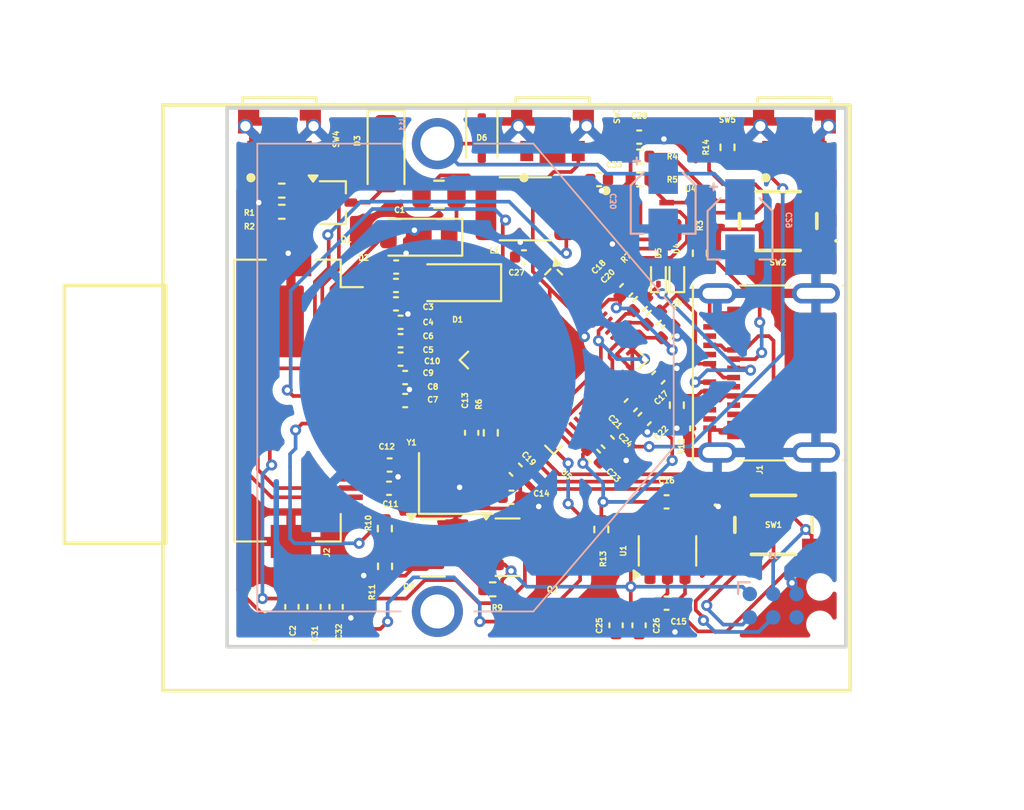
<source format=kicad_pcb>
(kicad_pcb (version 20240108) (generator "pcbnew") (generator_version "8.0")
  (layers (0 "F.Cu" signal) (31 "B.Cu" signal) (34 "B.Paste" user) (35 "F.Paste" user) (36 "B.SilkS" user "B.Silkscreen") (37 "F.SilkS" user "F.Silkscreen") (38 "B.Mask" user) (39 "F.Mask" user) (44 "Edge.Cuts" user))
  (net 0 "")
  (net 1 "Net-(D1-A)")
  (net 2 "GND")
  (net 3 "/Eink/PREVGL")
  (net 4 "Net-(D3-A)")
  (net 5 "/Eink/PREVGH")
  (net 6 "/Eink/EPD_RST")
  (net 7 "/Eink/VGH")
  (net 8 "/Eink/VSL")
  (net 9 "/Eink/VGL")
  (net 10 "/RP2040/XIN")
  (net 11 "/Eink/CLK")
  (net 12 "/Eink/EPD_CS")
  (net 13 "/Eink/VPP")
  (net 14 "/Eink/GDR")
  (net 15 "/Eink/VDD")
  (net 16 "/Eink/RESE")
  (net 17 "/Eink/VCOM")
  (net 18 "/Eink/DIN")
  (net 19 "/Eink/EPD_BUSY")
  (net 20 "/Eink/EPD_DC")
  (net 21 "/Eink/VSH")
  (net 22 "Net-(C14-Pad1)")
  (net 23 "VBUS")
  (net 24 "/RP2040/GPIO21")
  (net 25 "3V")
  (net 26 "+1V1")
  (net 27 "/RP2040/~{USB_BOOT}")
  (net 28 "Net-(Q2-G)")
  (net 29 "/RP2040/QSPI_SS")
  (net 30 "/RP2040/XOUT")
  (net 31 "/RP2040/USB_D+")
  (net 32 "Net-(U5-USB_DP)")
  (net 33 "Net-(U5-USB_DM)")
  (net 34 "/RP2040/USB_D-")
  (net 35 "/RP2040/QSPI_SCLK")
  (net 36 "/RP2040/QSPI_SD1")
  (net 37 "/RP2040/QSPI_SD0")
  (net 38 "/RP2040/QSPI_SD2")
  (net 39 "/RP2040/QSPI_SD3")
  (net 40 "/RP2040/SWCLK")
  (net 41 "/RP2040/SWD")
  (net 42 "/RP2040/GPIO6")
  (net 43 "/RP2040/GPIO19")
  (net 44 "/RP2040/GPIO4")
  (net 45 "/RP2040/GPIO5")
  (net 46 "/RP2040/GPIO13")
  (net 47 "/RP2040/GPIO15")
  (net 48 "/RP2040/GPIO28_ADC2")
  (net 49 "/RP2040/GPIO25")
  (net 50 "/RP2040/GPIO16")
  (net 51 "/RP2040/GPIO12")
  (net 52 "/RP2040/GPIO22")
  (net 53 "/RP2040/GPIO26_ADC0")
  (net 54 "/RP2040/GPIO27_ADC1")
  (net 55 "/RP2040/GPIO17")
  (net 56 "/RP2040/GPIO18")
  (net 57 "/RP2040/GPIO29_ADC3")
  (net 58 "/RP2040/RUN")
  (net 59 "/RP2040/GPIO14")
  (net 60 "/RP2040/GPIO20")
  (net 61 "/RP2040/GPIO0")
  (net 62 "/RP2040/GPIO24")
  (net 63 "/RP2040/GPIO23")
  (net 64 "Net-(Q3-G)")
  (net 65 "Net-(J1-CC1)")
  (net 66 "Net-(J1-CC2)")
  (net 82 "Net-(D6-A)")
  (net 83 "Net-(D6-K)")
  (net 88 "EPD_3V")
  (net 89 "unconnected-(J11-Pin_2-Pad2)")
  (net 90 "/RP2040/GPIO1")
  (net 91 "/RP2040/GPIO7")
  (footprint "Capacitor_SMD:C_0402_1005Metric" (layer "F.Cu") (at 156.52 111.25)
    (property "Reference" "C14")
    (property "Value" "15p")
  )
  (footprint "Capacitor_SMD:C_0402_1005Metric" (layer "F.Cu") (at 154.359889 107.749465 -90)
    (property "Reference" "C13")
    (property "Value" "15p")
  )
  (footprint "Capacitor_SMD:C_0402_1005Metric" (layer "F.Cu") (at 161 109 -45)
    (property "Reference" "C23")
    (property "Value" "100n")
  )
  (footprint "Capacitor_SMD:C_0402_1005Metric" (layer "F.Cu") (at 150.25 99.75 180)
    (property "Reference" "C4")
    (property "Value" "1uF")
  )
  (footprint "Resistor_SMD:R_0402_1005Metric" (layer "F.Cu") (at 155.4 107.75 -90)
    (property "Reference" "R6")
    (property "Value" "1k")
  )
  (footprint "Diode_SMD:D_SOD-923" (layer "F.Cu") (at 165.5 99.25 90)
    (property "Reference" "D4")
    (property "Value" "ESD9B3.3ST5G")
  )
  (footprint "Package_TO_SOT_SMD:SOT-323_SC-70" (layer "F.Cu") (at 146.8 95.25)
    (property "Reference" "Q1")
    (property "Value" "Si1308EDL")
  )
  (footprint "Capacitor_SMD:C_0402_1005Metric" (layer "F.Cu") (at 149.873364 110.760922 180)
    (property "Reference" "C11")
    (property "Value" "1uF")
  )
  (footprint "Capacitor_SMD:C_0402_1005Metric" (layer "F.Cu") (at 150.75 106 180)
    (property "Reference" "C7")
    (property "Value" "100n")
  )
  (footprint "Resistor_SMD:R_0402_1005Metric" (layer "F.Cu") (at 155.5 116.25)
    (property "Reference" "R9")
    (property "Value" "47k")
  )
  (footprint "Diode_SMD:D_SOD-123" (layer "F.Cu") (at 153.6 99.6 180)
    (property "Reference" "D1")
    (property "Value" "MBR0530")
  )
  (footprint "Resistor_SMD:R_0402_1005Metric" (layer "F.Cu") (at 144.05 95.75)
    (property "Reference" "R2")
    (property "Value" "3")
  )
  (footprint "Resistor_SMD:R_0402_1005Metric" (layer "F.Cu") (at 168.25 92.25 90)
    (property "Reference" "R14")
    (property "Value" "10k")
  )
  (footprint "Brammm:SON50P300X200X60-9N" (layer "F.Cu") (at 163.5 96)
    (property "Reference" "U4")
    (property "Value" "ZD25WQ32CEIGR" (hide yes))
  )
  (footprint "Capacitor_SMD:C_0402_1005Metric" (layer "F.Cu") (at 163.75 107 -135)
    (property "Reference" "C22")
    (property "Value" "1uF")
  )
  (footprint "Brammm:PTS810SJM250SMTRLFS" (layer "F.Cu") (at 170.75 112.75)
    (property "Reference" "SW1")
    (property "Value" "SW_MEC_5E" (hide yes))
  )
  (footprint "Capacitor_SMD:C_0402_1005Metric" (layer "F.Cu") (at 163.457857 91.693539)
    (property "Reference" "C28")
    (property "Value" "100n")
  )
  (footprint "Brammm:Panasonic-EVP-AKE31A-MFG" (layer "F.Cu") (at 158.75 91.05 90)
    (property "Reference" "SW3")
    (property "Value" "EVP-AKE31A")
  )
  (footprint "Capacitor_SMD:C_0402_1005Metric" (layer "F.Cu") (at 145.8 117.2 90)
    (property "Reference" "C31")
    (property "Value" "100n")
  )
  (footprint "Resistor_SMD:R_0402_1005Metric" (layer "F.Cu") (at 161.4 113 -90)
    (property "Reference" "R13")
    (property "Value" "10k")
  )
  (footprint "Capacitor_SMD:C_0402_1005Metric" (layer "F.Cu") (at 156.75 109.75 -45)
    (property "Reference" "C19")
    (property "Value" "100n")
  )
  (footprint "Capacitor_SMD:C_0402_1005Metric" (layer "F.Cu") (at 165 102.25 45)
    (property "Reference" "C20")
    (property "Value" "1uF")
  )
  (footprint "Diode_SMD:D_SOD-323" (layer "F.Cu") (at 154.91 91.75 -90)
    (property "Reference" "D6")
    (property "Value" "D_Schottky")
  )
  (footprint "Capacitor_SMD:C_0402_1005Metric" (layer "F.Cu") (at 162.2 118.2 -90)
    (property "Reference" "C25")
    (property "Value" "100n")
  )
  (footprint "Capacitor_SMD:C_0402_1005Metric" (layer "F.Cu") (at 150.5 101.75 180)
    (property "Reference" "C5")
    (property "Value" "1uF")
  )
  (footprint "Capacitor_SMD:C_0402_1005Metric" (layer "F.Cu") (at 163 106.25 -135)
    (property "Reference" "C21")
    (property "Value" "100n")
  )
  (footprint "Capacitor_SMD:C_0402_1005Metric" (layer "F.Cu") (at 157.2 98.2 180)
    (property "Reference" "C27")
    (property "Value" "100n")
  )
  (footprint "Resistor_SMD:R_0402_1005Metric" (layer "F.Cu") (at 144.05 94.6)
    (property "Reference" "R1")
    (property "Value" "10k")
  )
  (footprint "Capacitor_SMD:C_0805_2012Metric" (layer "F.Cu") (at 152.587849 94.8 180)
    (property "Reference" "C1")
    (property "Value" "4.7uF")
  )
  (footprint "Diode_SMD:D_SOD-923" (layer "F.Cu") (at 164.5 99.25 90)
    (property "Reference" "D5")
    (property "Value" "ESD9B3.3ST5G")
  )
  (footprint "Resistor_SMD:R_0402_1005Metric" (layer "F.Cu") (at 164.25 101.5 -135)
    (property "Reference" "R8")
    (property "Value" "27")
  )
  (footprint "Brammm:Panasonic-EVP-AKE31A-MFG" (layer "F.Cu") (at 143.924751 91.05 90)
    (property "Reference" "SW4")
    (property "Value" "EVP-AKE31A")
  )
  (footprint "Capacitor_SMD:C_0402_1005Metric" (layer "F.Cu") (at 161.75 108.25 -45)
    (property "Reference" "C24")
    (property "Value" "100n")
  )
  (footprint "Capacitor_SMD:C_0402_1005Metric" (layer "F.Cu") (at 150.262229 98.75 180)
    (property "Reference" "C3")
    (property "Value" "1uF")
  )
  (footprint "Resistor_SMD:R_0402_1005Metric" (layer "F.Cu") (at 163.5 94 180)
    (property "Reference" "R5")
    (property "Value" "DNF")
  )
  (footprint "Resistor_SMD:R_0402_1005Metric" (layer "F.Cu") (at 165.5 106.25 -90)
    (property "Reference" "R12")
    (property "Value" "5.1k")
  )
  (footprint "Brammm:Panasonic-EVP-AKE31A-MFG" (layer "F.Cu") (at 171.885094 91.05 90)
    (property "Reference" "SW5")
    (property "Value" "EVP-AKE31A")
  )
  (footprint "Capacitor_SMD:C_0402_1005Metric" (layer "F.Cu") (at 149.905185 109.499223 180)
    (property "Reference" "C12")
    (property "Value" "1uF")
  )
  (footprint "Package_DFN_QFN:QFN-56-1EP_7x7mm_P0.4mm_EP3.2x3.2mm" (layer "F.Cu") (at 158.8125 103.8 -45)
    (property "Reference" "U5")
    (property "Value" "RP2040")
  )
  (footprint "Capacitor_SMD:C_0402_1005Metric" (layer "F.Cu") (at 144.6 117.2 90)
    (property "Reference" "C2")
    (property "Value" "4.7uF")
  )
  (footprint "Diode_SMD:D_SOD-123" (layer "F.Cu") (at 149.71113 92.592726 -90)
    (property "Reference" "D3")
    (property "Value" "MBR0530")
  )
  (footprint "Resistor_SMD:R_0402_1005Metric" (layer "F.Cu") (at 163.5 100.75 -135)
    (property "Reference" "R7")
    (property "Value" "27")
  )
  (footprint "Resistor_SMD:R_0402_1005Metric" (layer "F.Cu") (at 163.5 92.75)
    (property "Reference" "R4")
    (property "Value" "1k")
  )
  (footprint "Brammm:display" (layer "F.Cu") (at 156.25 106.25)
    (property "Reference" "TP1" (hide yes))
    (property "Value" "TestPoint")
  )
  (footprint "Diode_SMD:D_SOD-123" (layer "F.Cu") (at 151.488219 97.130767 180)
    (property "Reference" "D2")
    (property "Value" "MBR0530")
  )
  (footprint "Capacitor_SMD:C_0402_1005Metric" (layer "F.Cu") (at 147 117.2 90)
    (property "Reference" "C32")
    (property "Value" "1uF")
  )
  (footprint "Capacitor_SMD:C_0402_1005Metric" (layer "F.Cu") (at 162.75 100 45)
    (property "Reference" "C18")
    (property "Value" "100n")
  )
  (footprint "Capacitor_SMD:C_0402_1005Metric" (layer "F.Cu") (at 164.94375 117 180)
    (property "Reference" "C15")
    (property "Value" "10u")
  )
  (footprint "Capacitor_SMD:C_0402_1005Metric" (layer "F.Cu") (at 164.94375 111.5)
    (property "Reference" "C16")
    (property "Value" "10u")
  )
  (footprint "Resistor_SMD:R_0402_1005Metric" (layer "F.Cu") (at 166.75 98 90)
    (property "Reference" "R3")
    (property "Value" "5.1k")
  )
  (footprint "Resistor_SMD:R_0402_1005Metric" (layer "F.Cu") (at 149.646486 112.95094 90)
    (property "Reference" "R10")
    (property "Value" "10k")
  )
  (footprint "Capacitor_SMD:C_0402_1005Metric" (layer "F.Cu") (at 161.28 94 180)
    (property "Reference" "C33")
    (property "Value" "1uF")
  )
  (footprint "Brammm:PTS810SJM250SMTRLFS" (layer "F.Cu") (at 171 96.25 180)
    (property "Reference" "SW2")
    (property "Value" "SW_MEC_5E" (hide yes))
  )
  (footprint "Capacitor_SMD:C_0402_1005Metric" (layer "F.Cu") (at 150.75 104.75 180)
    (property "Reference" "C8")
    (property "Value" "1uF")
  )
  (footprint "Resistor_SMD:R_0402_1005Metric" (layer "F.Cu") (at 149.657239 115 90)
    (property "Reference" "R11")
    (property "Value" "47k")
  )
  (footprint "Package_TO_SOT_SMD:SOT-23" (layer "F.Cu") (at 152.25 114)
    (property "Reference" "Q3")
    (property "Value" "2N7002")
  )
  (footprint "Capacitor_SMD:C_0402_1005Metric" (layer "F.Cu") (at 150.5 102.75 180)
    (property "Reference" "C10")
    (property "Value" "1uF")
  )
  (footprint "Package_TO_SOT_SMD:SOT-23-5" (layer "F.Cu") (at 164.99375 114.1625 90)
    (property "Reference" "U1")
    (property "Value" "MCP1802x-xx02xOT")
  )
  (footprint "Capacitor_SMD:C_0402_1005Metric" (layer "F.Cu") (at 150.25 100.75 180)
    (property "Reference" "C6")
    (property "Value" "1uF")
  )
  (footprint "Brammm:USB_C_Receptacle_Molex_105450-0101" (layer "F.Cu") (at 170.5 104.5 90)
    (property "Reference" "J1")
    (property "Value" "USB_C_Receptacle")
  )
  (footprint "Capacitor_SMD:C_0402_1005Metric" (layer "F.Cu") (at 164.5 104.75 45)
    (property "Reference" "C17")
    (property "Value" "100n")
  )
  (footprint "Package_TO_SOT_SMD:SOT-23" (layer "F.Cu") (at 156.309879 113.961567)
    (property "Reference" "Q2")
    (property "Value" "AO3401A")
  )
  (footprint "Capacitor_SMD:C_0402_1005Metric" (layer "F.Cu") (at 150.5 103.75 180)
    (property "Reference" "C9")
    (property "Value" "1uF")
  )
  (footprint "Connector_FFC-FPC:Hirose_FH12-24S-0.5SH_1x24-1MP_P0.50mm_Horizontal" (layer "F.Cu") (at 145.95 106 -90)
    (property "Reference" "J2")
    (property "Value" "Conn_01x24")
  )
  (footprint "Inductor_SMD:L_1812_4532Metric" (layer "F.Cu") (at 157.271487 95.587849 180)
    (property "Reference" "L1")
    (property "Value" "68uH")
  )
  (footprint "Crystal:Crystal_SMD_3225-4Pin_3.2x2.5mm" (layer "F.Cu") (at 153.5 110.5)
    (property "Reference" "Y1")
    (property "Value" "ABM8-272-T3")
  )
  (footprint "Capacitor_SMD:C_0402_1005Metric" (layer "F.Cu") (at 163.45 118.2 -90)
    (property "Reference" "C26")
    (property "Value" "100n")
  )
  (footprint "Brammm:3009" (layer "B.Cu") (at 152.5 92.05 -90)
    (property "Reference" "J11")
    (property "Value" "BAT-HLD-001-THM" (hide yes))
  )
  (footprint "Connector:Tag-Connect_TC2030-IDC-NL_2x03_P1.27mm_Vertical" (layer "B.Cu") (at 170.73 117.135)
    (property "Reference" "J3")
    (property "Value" "Conn_ARM_SWD_TagConnect_TC2030")
  )
  (footprint "Capacitor_SMD:CP_Elec_3x5.3" (layer "B.Cu") (at 164.76 95.18 -90)
    (property "Reference" "C30")
    (property "Value" "100uF")
  )
  (footprint "Capacitor_SMD:CP_Elec_3x5.3" (layer "B.Cu") (at 168.93 96.58 -90)
    (property "Reference" "C29")
    (property "Value" "100uF")
  )
  (gr_rect (start 141.08 90.114805) (end 174.68 119.364805) (stroke (width 0.2)) (fill none) (layer "Edge.Cuts"))
  (segment (start 153.138219 98.411781) (end 151.95 99.6) (width 0.2) (layer "F.Cu") (net 1))
  (segment (start 153.537849 96.731137) (end 153.138219 97.130767) (width 0.2) (layer "F.Cu") (net 1))
  (segment (start 153.537849 94.8) (end 153.537849 96.731137) (width 0.2) (layer "F.Cu") (net 1))
  (segment (start 153.138219 97.130767) (end 153.138219 98.411781) (width 0.2) (layer "F.Cu") (net 1))
  (segment (start 150.353364 110.760922) (end 150.353364 111.203364) (width 0.2) (layer "F.Cu") (net 2))
  (segment (start 156.72 98.2) (end 156.72 97.68) (width 0.2) (layer "F.Cu") (net 2))
  (segment (start 158.8125 103.8) (end 160.089513 102.522987) (width 0.2) (layer "F.Cu") (net 2))
  (segment (start 167.385 107.6) (end 167.285 107.5) (width 0.2) (layer "F.Cu") (net 2))
  (segment (start 157 111.25) (end 157 110.178822) (width 0.2) (layer "F.Cu") (net 2))
  (segment (start 157.5 111.25) (end 158 111.75) (width 0.2) (layer "F.Cu") (net 2))
  (segment (start 156.72 97.68) (end 157 97.4) (width 0.2) (layer "F.Cu") (net 2))
  (segment (start 162.05 96.75) (end 162.05 97.45) (width 0.2) (layer "F.Cu") (net 2))
  (segment (start 157 111.25) (end 157.5 111.25) (width 0.2) (layer "F.Cu") (net 2))
  (segment (start 151.4 112.25) (end 153.7 112.25) (width 0.2) (layer "F.Cu") (net 2))
  (segment (start 160.089513 102.522987) (end 160.482981 102.522987) (width 0.2) (layer "F.Cu") (net 2))
  (segment (start 143.54 95.75) (end 143.3 95.75) (width 0.2) (layer "F.Cu") (net 2))
  (segment (start 148.7 103.75) (end 147.8 103.75) (width 0.2) (layer "F.Cu") (net 2))
  (segment (start 153.4 110.4) (end 153.705685 110.705685) (width 0.2) (layer "F.Cu") (net 2))
  (segment (start 154 108.509999) (end 154.079355 108.509999) (width 0.2) (layer "F.Cu") (net 2))
  (segment (start 143.3 95.75) (end 142.8 95.25) (width 0.2) (layer "F.Cu") (net 2))
  (segment (start 156.55 90.75) (end 156.9 91.1) (width 0.2) (layer "F.Cu") (net 2))
  (segment (start 165.339411 101.910589) (end 165.339411 102.328047) (width 0.2) (layer "F.Cu") (net 2))
  (segment (start 164.5 98.83) (end 165.41 98.83) (width 0.2) (layer "F.Cu") (net 2))
  (segment (start 168.675 111.675) (end 167.825 111.675) (width 0.2) (layer "F.Cu") (net 2))
  (segment (start 150.98 106.051374) (end 150.98 105.25) (width 0.2) (layer "F.Cu") (net 2))
  (segment (start 150.353364 111.203364) (end 151.4 112.25) (width 0.2) (layer "F.Cu") (net 2))
  (segment (start 147.68 117.68) (end 147.8 117.8) (width 0.2) (layer "F.Cu") (net 2))
  (segment (start 163.089411 99.660589) (end 163.92 98.83) (width 0.2) (layer "F.Cu") (net 2))
  (segment (start 149.657239 115.51) (end 150.7525 115.51) (width 0.2) (layer "F.Cu") (net 2))
  (segment (start 152.859999 109.65) (end 152.4 109.65) (width 0.2) (layer "F.Cu") (net 2))
  (segment (start 165.339411 102.328047) (end 165.51007 102.498706) (width 0.2) (layer "F.Cu") (net 2))
  (segment (start 150.87 105.36) (end 149.943866 105.36) (width 0.2) (layer "F.Cu") (net 2))
  (segment (start 150.73 99) (end 150.73 97.27) (width 0.2) (layer "F.Cu") (net 2))
  (segment (start 147.8 108.25) (end 148.634315 108.25) (width 0.2) (layer "F.Cu") (net 2))
  (segment (start 162.660589 106.589411) (end 162.783024 106.589411) (width 0.2) (layer "F.Cu") (net 2))
  (segment (start 168.485 101.5) (end 168.585 101.4) (width 0.2) (layer "F.Cu") (net 2))
  (segment (start 167.285 107.5) (end 167.285 108.41) (width 0.2) (layer "F.Cu") (net 2))
  (segment (start 165.41 98.83) (end 166.75 97.49) (width 0.2) (layer "F.Cu") (net 2))
  (segment (start 149.943866 105.36) (end 148.79 104.206134) (width 0.2) (layer "F.Cu") (net 2))
  (segment (start 157 110.178822) (end 157.089411 110.089411) (width 0.2) (layer "F.Cu") (net 2))
  (segment (start 165.339411 104.410589) (end 165.5 104.25) (width 0.2) (layer "F.Cu") (net 2))
  (segment (start 161.76 94) (end 161.76 94.258317) (width 0.2) (layer "F.Cu") (net 2))
  (segment (start 148.51 115.51) (end 148.5 115.5) (width 0.2) (layer "F.Cu") (net 2))
  (segment (start 157 111.25) (end 156.39 111.86) (width 0.2) (layer "F.Cu") (net 2))
  (segment (start 167.285 101.5) (end 168.485 101.5) (width 0.2) (layer "F.Cu") (net 2))
  (segment (start 143.54 94.6) (end 143.45 94.6) (width 0.2) (layer "F.Cu") (net 2))
  (segment (start 144.55 98.15) (end 144.4 98) (width 0.2) (layer "F.Cu") (net 2))
  (segment (start 167.285 108.41) (end 167.695 108.82) (width 0.2) (layer "F.Cu") (net 2))
  (segment (start 172.45 96.7) (end 173.075 97.325) (width 0.2) (layer "F.Cu") (net 2))
  (segment (start 150.7525 115.51) (end 151.3125 114.95) (width 0.2) (layer "F.Cu") (net 2))
  (segment (start 167.285 101.5) (end 167.285 100.59) (width 0.2) (layer "F.Cu") (net 2))
  (segment (start 154.1 111.1) (end 153.4 110.4) (width 0.2) (layer "F.Cu") (net 2))
  (segment (start 154.6 111.1) (end 154.1 111.1) (width 0.2) (layer "F.Cu") (net 2))
  (segment (start 165.284805 118.68) (end 165.4 118.564805) (width 0.2) (layer "F.Cu") (net 2))
  (segment (start 165.5 106.76) (end 165.5 107.5) (width 0.2) (layer "F.Cu") (net 2))
  (segment (start 166.75 97.49) (end 167.54 96.7) (width 0.2) (layer "F.Cu") (net 2))
  (segment (start 161.76 94.258317) (end 161.409443 94.608874) (width 0.2) (layer "F.Cu") (net 2))
  (segment (start 153.705685 110.705685) (end 153.705685 110.710698) (width 0.2) (layer "F.Cu") (net 2))
  (segment (start 163.92 98.83) (end 164.5 98.83) (width 0.2) (layer "F.Cu") (net 2))
  (segment (start 167.285 100.59) (end 167.695 100.18) (width 0.2) (layer "F.Cu") (net 2))
  (segment (start 163.45 118.68) (end 165.284805 118.68) (width 0.2) (layer "F.Cu") (net 2))
  (segment (start 168.585 107.6) (end 167.385 107.6) (width 0.2) (layer "F.Cu") (net 2))
  (segment (start 164.693539 91.693539) (end 164.8 91.8) (width 0.2) (layer "F.Cu") (net 2))
  (segment (start 162.089411 108.589411) (end 162.75 109.25) (width 0.2) (layer "F.Cu") (net 2))
  (segment (start 150.98 105.25) (end 150.87 105.36) (width 0.2) (layer "F.Cu") (net 2))
  (segment (start 162.05 97.45) (end 162 97.5) (width 0.2) (layer "F.Cu") (net 2))
  (segment (start 159.25 93.1) (end 158.75 92.6) (width 0.2) (layer "F.Cu") (net 2))
  (segment (start 155.36 111.86) (end 154.6 111.1) (width 0.2) (layer "F.Cu") (net 2))
  (segment (start 143.45 94.6) (end 142.8 95.25) (width 0.2) (layer "F.Cu") (net 2))
  (segment (start 154 108.509999) (end 152.859999 109.65) (width 0.2) (layer "F.Cu") (net 2))
  (segment (start 156.39 111.86) (end 155.36 111.86) (width 0.2) (layer "F.Cu") (net 2))
  (segment (start 162.783024 106.589411) (end 163.899898 107.706285) (width 0.2) (layer "F.Cu") (net 2))
  (segment (start 144.55 98.35) (end 144.55 98.15) (width 0.2) (layer "F.Cu") (net 2))
  (segment (start 161.339411 109.339411) (end 162.089411 108.589411) (width 0.2) (layer "F.Cu") (net 2))
  (segment (start 153.7 112.25) (end 154.6 111.35) (width 0.2) (layer "F.Cu") (net 2))
  (segment (start 157.398287 103.8) (end 155.674714 105.523573) (width 0.2) (layer "F.Cu") (net 2))
  (segment (start 167.54 96.7) (end 172.45 96.7) (width 0.2) (layer "F.Cu") (net 2))
  (segment (start 164.99375 115.3) (end 164.99375 116.47) (width 0.2) (layer "F.Cu") (net 2))
  (segment (start 154.079355 108.509999) (end 154.359889 108.229465) (width 0.2) (layer "F.Cu") (net 2))
  (segment (start 163.937857 91.693539) (end 164.693539 91.693539) (width 0.2) (layer "F.Cu") (net 2))
  (segment (start 150.742229 101.512229) (end 150.98 101.75) (width 0.2) (layer "F.Cu") (net 2))
  (segment (start 150.73 97.27) (end 151.25 96.75) (width 0.2) (layer "F.Cu") (net 2))
  (segment (start 148.79 103.84) (end 148.7 103.75) (width 0.2) (layer "F.Cu") (net 2))
  (segment (start 164.99375 116.47) (end 164.46375 117) (width 0.2) (layer "F.Cu") (net 2))
  (segment (start 158.8125 103.8) (end 157.398287 103.8) (width 0.2) (layer "F.Cu") (net 2))
  (segment (start 148.634315 108.25) (end 149.273538 108.889223) (width 0.2) (layer "F.Cu") (net 2))
  (segment (start 148.79 104.206134) (end 148.79 103.84) (width 0.2) (layer "F.Cu") (net 2))
  (segment (start 144.6 117.68) (end 147.68 117.68) (width 0.2) (layer "F.Cu") (net 2))
  (segment (start 167.825 111.675) (end 167.75 111.75) (width 0.2) (layer "F.Cu") (net 2))
  (segment (start 150.98 105.25) (end 150.98 101.75) (width 0.2) (layer "F.Cu") (net 2))
  (segment (start 149.273538 108.889223) (end 149.775185 108.889223) (width 0.2) (layer "F.Cu") (net 2))
  (segment (start 153.4 110.4) (end 152.4 109.4) (width 0.2) (layer "F.Cu") (net 2))
  (segment (start 149.657239 115.51) (end 148.51 115.51) (width 0.2) (layer "F.Cu") (net 2))
  (segment (start 150.742229 98.83287) (end 150.742229 101.512229) (width 0.2) (layer "F.Cu") (net 2))
  (segment (start 149.775185 108.889223) (end 150.385185 109.499223) (width 0.2) (layer "F.Cu") (net 2))
  (segment (start 164.839411 104.410589) (end 165.339411 104.410589) (width 0.2) (layer "F.Cu") (net 2))
  (via (at 165.4 118.564805) (size 0.6) (drill 0.3) (layers "F.Cu" "B.Cu") (net 2))
  (via (at 171.75 115.9) (size 0.6) (drill 0.3) (layers "F.Cu" "B.Cu") (net 2))
  (via (at 150.8 98) (size 0.6) (drill 0.3) (layers "F.Cu" "B.Cu") (net 2))
  (via (at 157 97.4) (size 0.6) (drill 0.3) (layers "F.Cu" "B.Cu") (net 2))
  (via (at 151.25 96.75) (size 0.6) (drill 0.3) (layers "F.Cu" "B.Cu") (net 2))
  (via (at 150.98 105.4) (size 0.6) (drill 0.3) (layers "F.Cu" "B.Cu") (net 2))
  (via (at 165.5 107.5) (size 0.6) (drill 0.3) (layers "F.Cu" "B.Cu") (net 2))
  (via (at 161.409443 94.608874) (size 0.6) (drill 0.3) (layers "F.Cu" "B.Cu") (net 2))
  (via (at 150.9 101.3) (size 0.6) (drill 0.3) (layers "F.Cu" "B.Cu") (net 2))
  (via (at 165.5 104.25) (size 0.6) (drill 0.3) (layers "F.Cu" "B.Cu") (net 2))
  (via (at 165.51007 102.498706) (size 0.6) (drill 0.3) (layers "F.Cu" "B.Cu") (net 2))
  (via (at 158 111.75) (size 0.6) (drill 0.3) (layers "F.Cu" "B.Cu") (net 2))
  (via (at 167.75 111.75) (size 0.6) (drill 0.3) (layers "F.Cu" "B.Cu") (net 2))
  (via (at 150.361345 110.140927) (size 0.6) (drill 0.3) (layers "F.Cu" "B.Cu") (net 2))
  (via (at 142.8 95.25) (size 0.6) (drill 0.3) (layers "F.Cu" "B.Cu") (net 2))
  (via (at 162 97.5) (size 0.6) (drill 0.3) (layers "F.Cu" "B.Cu") (net 2))
  (via (at 164.8 91.8) (size 0.6) (drill 0.3) (layers "F.Cu" "B.Cu") (net 2))
  (via (at 148.5 115.5) (size 0.6) (drill 0.3) (layers "F.Cu" "B.Cu") (net 2))
  (via (at 163.899898 107.706285) (size 0.6) (drill 0.3) (layers "F.Cu" "B.Cu") (net 2))
  (via (at 147.8 117.8) (size 0.6) (drill 0.3) (layers "F.Cu" "B.Cu") (net 2))
  (via (at 162.75 109.25) (size 0.6) (drill 0.3) (layers "F.Cu" "B.Cu") (net 2))
  (via (at 153.705685 110.710698) (size 0.6) (drill 0.3) (layers "F.Cu" "B.Cu") (net 2))
  (via (at 160.482981 102.522987) (size 0.6) (drill 0.3) (layers "F.Cu" "B.Cu") (net 2))
  (via (at 144.4 98) (size 0.6) (drill 0.3) (layers "F.Cu" "B.Cu") (net 2))
  (segment (start 172 116.5) (end 172 116.15) (width 0.2) (layer "B.Cu") (net 2))
  (segment (start 152.5 104.75) (end 152.75 104.75) (width 0.2) (layer "B.Cu") (net 2))
  (segment (start 172 116.15) (end 171.75 115.9) (width 0.2) (layer "B.Cu") (net 2))
  (segment (start 149.5 100) (end 148.75 100.75) (width 0.2) (layer "F.Cu") (net 3))
  (segment (start 149.77 100) (end 149.5 100) (width 0.2) (layer "F.Cu") (net 3))
  (segment (start 146.75 99.9) (end 146.75 100.6) (width 0.2) (layer "F.Cu") (net 3))
  (segment (start 149.4 97.25) (end 146.75 99.9) (width 0.2) (layer "F.Cu") (net 3))
  (segment (start 146.75 100.6) (end 146.9 100.75) (width 0.2) (layer "F.Cu") (net 3))
  (segment (start 148.75 100.75) (end 147.8 100.75) (width 0.2) (layer "F.Cu") (net 3))
  (segment (start 149.85 97.25) (end 149.4 97.25) (width 0.2) (layer "F.Cu") (net 3))
  (segment (start 146.9 100.75) (end 147.8 100.75) (width 0.2) (layer "F.Cu") (net 3))
  (segment (start 155.133987 94.733987) (end 155.133987 95.587849) (width 0.2) (layer "F.Cu") (net 4))
  (segment (start 152.662849 93.775) (end 154.175 93.775) (width 0.2) (layer "F.Cu") (net 4))
  (segment (start 151.637849 94.8) (end 152.662849 93.775) (width 0.2) (layer "F.Cu") (net 4))
  (segment (start 151.255565 94.242726) (end 151.637849 94.62501) (width 0.2) (layer "F.Cu") (net 4))
  (segment (start 147.8 95.25) (end 148.8 95.25) (width 0.2) (layer "F.Cu") (net 4))
  (segment (start 154.175 93.775) (end 155.133987 94.733987) (width 0.2) (layer "F.Cu") (net 4))
  (segment (start 149.71113 94.242726) (end 151.255565 94.242726) (width 0.2) (layer "F.Cu") (net 4))
  (segment (start 148.8 95.25) (end 149.8 94.25) (width 0.2) (layer "F.Cu") (net 4))
  (segment (start 149.71113 92.88887) (end 149.71113 90.942726) (width 0.2) (layer "F.Cu") (net 5))
  (segment (start 146.25 99.75) (end 146.25 101.5) (width 0.2) (layer "F.Cu") (net 5))
  (segment (start 147.15 98.85) (end 147.15 94.96352) (width 0.2) (layer "F.Cu") (net 5))
  (segment (start 147.8 101.75) (end 149.77 101.75) (width 0.2) (layer "F.Cu") (net 5))
  (segment (start 149.2 93.4) (end 149.71113 92.88887) (width 0.2) (layer "F.Cu") (net 5))
  (segment (start 146.5 101.75) (end 147.8 101.75) (width 0.2) (layer "F.Cu") (net 5))
  (segment (start 148.71352 93.4) (end 149.2 93.4) (width 0.2) (layer "F.Cu") (net 5))
  (segment (start 146.25 99.75) (end 147.15 98.85) (width 0.2) (layer "F.Cu") (net 5))
  (segment (start 146.25 101.5) (end 146.5 101.75) (width 0.2) (layer "F.Cu") (net 5))
  (segment (start 147.15 94.96352) (end 148.71352 93.4) (width 0.2) (layer "F.Cu") (net 5))
  (segment (start 154.448692 102.547459) (end 154.826186 102.924955) (width 0.2) (layer "F.Cu") (net 6))
  (segment (start 148.6 107.25) (end 148.75 107.4) (width 0.2) (layer "F.Cu") (net 6))
  (segment (start 148.5 107.25) (end 148.6 107.25) (width 0.2) (layer "F.Cu") (net 6))
  (segment (start 149.646486 112.44094) (end 149.55906 112.44094) (width 0.2) (layer "F.Cu") (net 6))
  (segment (start 153.1 103.218228) (end 153.770769 102.547459) (width 0.2) (layer "F.Cu") (net 6))
  (segment (start 152.484314 107.95) (end 153.1 107.334314) (width 0.2) (layer "F.Cu") (net 6))
  (segment (start 149.465686 107.95) (end 152.484314 107.95) (width 0.2) (layer "F.Cu") (net 6))
  (segment (start 145.15 107.25) (end 147.8 107.25) (width 0.2) (layer "F.Cu") (net 6))
  (segment (start 148.75 107.4) (end 148.915686 107.4) (width 0.2) (layer "F.Cu") (net 6))
  (segment (start 153.1 107.334314) (end 153.1 103.218228) (width 0.2) (layer "F.Cu") (net 6))
  (segment (start 148.915686 107.4) (end 149.465686 107.95) (width 0.2) (layer "F.Cu") (net 6))
  (segment (start 144.8 107.6) (end 145.15 107.25) (width 0.2) (layer "F.Cu") (net 6))
  (segment (start 148.915686 107.4) (end 148.850001 107.4) (width 0.2) (layer "F.Cu") (net 6))
  (segment (start 153.770769 102.547459) (end 154.448692 102.547459) (width 0.2) (layer "F.Cu") (net 6))
  (segment (start 148.5 107.25) (end 147.8 107.25) (width 0.2) (layer "F.Cu") (net 6))
  (segment (start 149.55906 112.44094) (end 148.25 113.75) (width 0.2) (layer "F.Cu") (net 6))
  (via (at 148.25 113.75) (size 0.6) (drill 0.3) (layers "F.Cu" "B.Cu") (net 6))
  (via (at 144.8 107.6) (size 0.6) (drill 0.3) (layers "F.Cu" "B.Cu") (net 6))
  (segment (start 144.5 109.6) (end 144.5 113.5) (width 0.2) (layer "B.Cu") (net 6))
  (segment (start 144.5 108.901471) (end 144.8 108.601471) (width 0.2) (layer "B.Cu") (net 6))
  (segment (start 144.75 113.75) (end 148.25 113.75) (width 0.2) (layer "B.Cu") (net 6))
  (segment (start 144.8 108.601471) (end 144.8 107.6) (width 0.2) (layer "B.Cu") (net 6))
  (segment (start 144.5 109.6) (end 144.5 108.901471) (width 0.2) (layer "B.Cu") (net 6))
  (segment (start 144.5 113.5) (end 144.75 113.75) (width 0.2) (layer "B.Cu") (net 6))
  (segment (start 149.174408 109.75) (end 149.425185 109.499223) (width 0.2) (layer "F.Cu") (net 7))
  (segment (start 147.8 109.75) (end 149.174408 109.75) (width 0.2) (layer "F.Cu") (net 7))
  (segment (start 147.8 101.25) (end 148.815685 101.25) (width 0.2) (layer "F.Cu") (net 8))
  (segment (start 148.815685 101.25) (end 149.065685 101) (width 0.2) (layer "F.Cu") (net 8))
  (segment (start 149.065685 101) (end 149.77 101) (width 0.2) (layer "F.Cu") (net 8))
  (segment (start 149.393364 110.760922) (end 148.882442 110.25) (width 0.2) (layer "F.Cu") (net 9))
  (segment (start 148.882442 110.25) (end 147.8 110.25) (width 0.2) (layer "F.Cu") (net 9))
  (segment (start 155.263971 106.5) (end 155.957556 105.806415) (width 0.2) (layer "F.Cu") (net 10))
  (segment (start 154.25 107.27) (end 155.02 106.5) (width 0.2) (layer "F.Cu") (net 10))
  (segment (start 151.4 108.75) (end 152.879354 108.75) (width 0.2) (layer "F.Cu") (net 10))
  (segment (start 152.4 111.35) (end 152.3 111.35) (width 0.2) (layer "F.Cu") (net 10))
  (segment (start 151.080161 110.130161) (end 151.080161 109.069839) (width 0.2) (layer "F.Cu") (net 10))
  (segment (start 152.3 111.35) (end 151.080161 110.130161) (width 0.2) (layer "F.Cu") (net 10))
  (segment (start 151.080161 109.069839) (end 151.4 108.75) (width 0.2) (layer "F.Cu") (net 10))
  (segment (start 152.879354 108.75) (end 154.359889 107.269465) (width 0.2) (layer "F.Cu") (net 10))
  (segment (start 152.4 111.1) (end 152.25 111.1) (width 0.2) (layer "F.Cu") (net 10))
  (segment (start 155.02 106.5) (end 155.263971 106.5) (width 0.2) (layer "F.Cu") (net 10))
  (segment (start 152.4 111.1) (end 152.5 111.1) (width 0.2) (layer "F.Cu") (net 10))
  (segment (start 156.05 99.05) (end 156.5 99.5) (width 0.2) (layer "F.Cu") (net 11))
  (segment (start 156.5 99.5) (end 156.5 99.507601) (width 0.2) (layer "F.Cu") (net 11))
  (segment (start 156.2 96.2) (end 156.05 96.35) (width 0.2) (layer "F.Cu") (net 11))
  (segment (start 156.05 96.35) (end 156.05 99.05) (width 0.2) (layer "F.Cu") (net 11))
  (segment (start 156.5 99.507601) (end 157.37177 100.379371) (width 0.2) (layer "F.Cu") (net 11))
  (segment (start 144.667099 105.75) (end 147.8 105.75) (width 0.2) (layer "F.Cu") (net 11))
  (segment (start 144.35 105.432901) (end 144.667099 105.75) (width 0.2) (layer "F.Cu") (net 11))
  (via (at 156.2 96.2) (size 0.6) (drill 0.3) (layers "F.Cu" "B.Cu") (net 11))
  (via (at 144.35 105.432901) (size 0.6) (drill 0.3) (layers "F.Cu" "B.Cu") (net 11))
  (segment (start 156.2 96.2) (end 155.6 95.6) (width 0.2) (layer "B.Cu") (net 11))
  (segment (start 144.532424 100.033262) (end 144.532424 105.250477) (width 0.2) (layer "B.Cu") (net 11))
  (segment (start 144.532424 105.250477) (end 144.35 105.432901) (width 0.2) (layer "B.Cu") (net 11))
  (segment (start 155.6 95.6) (end 148.965686 95.6) (width 0.2) (layer "B.Cu") (net 11))
  (segment (start 144.532424 100.033262) (end 148.965686 95.6) (width 0.2) (layer "B.Cu") (net 11))
  (segment (start 149.797058 107.15) (end 152.1 107.15) (width 0.2) (layer "F.Cu") (net 12))
  (segment (start 149.247058 106.6) (end 149.797058 107.15) (width 0.2) (layer "F.Cu") (net 12))
  (segment (start 148.731372 106.25) (end 149.081372 106.6) (width 0.2) (layer "F.Cu") (net 12))
  (segment (start 153.439397 101.747459) (end 154.780063 101.74746) (width 0.2) (layer "F.Cu") (net 12))
  (segment (start 152.1 107.15) (end 152.3 106.95) (width 0.2) (layer "F.Cu") (net 12))
  (segment (start 147.8 106.25) (end 148.731372 106.25) (width 0.2) (layer "F.Cu") (net 12))
  (segment (start 152.3 106.95) (end 152.3 102.886856) (width 0.2) (layer "F.Cu") (net 12))
  (segment (start 149.081372 106.6) (end 149.247058 106.6) (width 0.2) (layer "F.Cu") (net 12))
  (segment (start 154.780063 101.74746) (end 155.391871 102.35927) (width 0.2) (layer "F.Cu") (net 12))
  (segment (start 152.3 102.886856) (end 153.439397 101.747459) (width 0.2) (layer "F.Cu") (net 12))
  (segment (start 149.443866 103.36) (end 149.61 103.36) (width 0.2) (layer "F.Cu") (net 13))
  (segment (start 149 102.75) (end 149.19 102.94) (width 0.2) (layer "F.Cu") (net 13))
  (segment (start 149.61 103.36) (end 149.77 103.52) (width 0.2) (layer "F.Cu") (net 13))
  (segment (start 149.19 102.94) (end 149.19 103.106134) (width 0.2) (layer "F.Cu") (net 13))
  (segment (start 147.8 102.75) (end 149 102.75) (width 0.2) (layer "F.Cu") (net 13))
  (segment (start 149.19 103.106134) (end 149.443866 103.36) (width 0.2) (layer "F.Cu") (net 13))
  (segment (start 142.2 109.95) (end 142.2 94.8) (width 0.2) (layer "F.Cu") (net 14))
  (segment (start 144.56 94.14) (end 144.56 94.6) (width 0.2) (layer "F.Cu") (net 14))
  (segment (start 143.5 111.25) (end 142.2 109.95) (width 0.2) (layer "F.Cu") (net 14))
  (segment (start 144.4 93.98) (end 144.56 94.14) (width 0.2) (layer "F.Cu") (net 14))
  (segment (start 144.56 94.6) (end 145.8 94.6) (width 0.2) (layer "F.Cu") (net 14))
  (segment (start 142.2 94.8) (end 143.02 93.98) (width 0.2) (layer "F.Cu") (net 14))
  (segment (start 147.8 111.25) (end 143.5 111.25) (width 0.2) (layer "F.Cu") (net 14))
  (segment (start 143.02 93.98) (end 144.4 93.98) (width 0.2) (layer "F.Cu") (net 14))
  (segment (start 149.19 103.92) (end 150.02 104.75) (width 0.2) (layer "F.Cu") (net 15))
  (segment (start 147.8 103.25) (end 148.76818 103.25) (width 0.2) (layer "F.Cu") (net 15))
  (segment (start 149.19 103.67182) (end 149.19 103.92) (width 0.2) (layer "F.Cu") (net 15))
  (segment (start 148.76818 103.25) (end 149.19 103.67182) (width 0.2) (layer "F.Cu") (net 15))
  (segment (start 144.25 96.75) (end 144.56 96.44) (width 0.2) (layer "F.Cu") (net 16))
  (segment (start 144.56 96.44) (end 144.56 95.75) (width 0.2) (layer "F.Cu") (net 16))
  (segment (start 143.75 110.75) (end 142.75 109.75) (width 0.2) (layer "F.Cu") (net 16))
  (segment (start 143.5 96.75) (end 144.25 96.75) (width 0.2) (layer "F.Cu") (net 16))
  (segment (start 142.75 109.75) (end 142.75 97.5) (width 0.2) (layer "F.Cu") (net 16))
  (segment (start 147.8 110.75) (end 143.75 110.75) (width 0.2) (layer "F.Cu") (net 16))
  (segment (start 145.65 95.75) (end 145.8 95.9) (width 0.2) (layer "F.Cu") (net 16))
  (segment (start 144.56 95.75) (end 145.65 95.75) (width 0.2) (layer "F.Cu") (net 16))
  (segment (start 142.75 97.5) (end 143.5 96.75) (width 0.2) (layer "F.Cu") (net 16))
  (segment (start 149.25 99) (end 149.77 99) (width 0.2) (layer "F.Cu") (net 17))
  (segment (start 149 99.25) (end 149.25 99) (width 0.2) (layer "F.Cu") (net 17))
  (segment (start 149 99.75) (end 149 99.25) (width 0.2) (layer "F.Cu") (net 17))
  (segment (start 148.5 100.25) (end 149 99.75) (width 0.2) (layer "F.Cu") (net 17))
  (segment (start 147.8 100.25) (end 148.5 100.25) (width 0.2) (layer "F.Cu") (net 17))
  (segment (start 150.083866 106.75) (end 151.75 106.75) (width 0.2) (layer "F.Cu") (net 18))
  (segment (start 155.965283 100.284717) (end 156.71143 100.284717) (width 0.2) (layer "F.Cu") (net 18))
  (segment (start 154.90254 101.34746) (end 155.965283 100.284717) (width 0.2) (layer "F.Cu") (net 18))
  (segment (start 151.9 102.72117) (end 153.273711 101.347459) (width 0.2) (layer "F.Cu") (net 18))
  (segment (start 148.583866 105.25) (end 150.083866 106.75) (width 0.2) (layer "F.Cu") (net 18))
  (segment (start 151.75 106.75) (end 151.9 106.6) (width 0.2) (layer "F.Cu") (net 18))
  (segment (start 153.273711 101.347459) (end 154.90254 101.34746) (width 0.2) (layer "F.Cu") (net 18))
  (segment (start 151.9 106.6) (end 151.9 102.72117) (width 0.2) (layer "F.Cu") (net 18))
  (segment (start 147.8 105.25) (end 148.583866 105.25) (width 0.2) (layer "F.Cu") (net 18))
  (segment (start 156.71143 100.284717) (end 157.088927 100.662214) (width 0.2) (layer "F.Cu") (net 18))
  (segment (start 148.75 107.8) (end 149.300001 108.35) (width 0.2) (layer "F.Cu") (net 19))
  (segment (start 147.8 107.75) (end 147.85 107.8) (width 0.2) (layer "F.Cu") (net 19))
  (segment (start 153.5 107.5) (end 153.5 103.5) (width 0.2) (layer "F.Cu") (net 19))
  (segment (start 153.5 103.5) (end 153.792202 103.207798) (width 0.2) (layer "F.Cu") (net 19))
  (segment (start 147.85 107.8) (end 148.75 107.8) (width 0.2) (layer "F.Cu") (net 19))
  (segment (start 153.792202 103.207798) (end 154.543343 103.207798) (width 0.2) (layer "F.Cu") (net 19))
  (segment (start 149.300001 108.35) (end 152.65 108.35) (width 0.2) (layer "F.Cu") (net 19))
  (segment (start 152.65 108.35) (end 153.5 107.5) (width 0.2) (layer "F.Cu") (net 19))
  (segment (start 152.7 107.122942) (end 152.7 103.052542) (width 0.2) (layer "F.Cu") (net 20))
  (segment (start 149.015685 107) (end 149.081372 107) (width 0.2) (layer "F.Cu") (net 20))
  (segment (start 149.081372 107) (end 149.631372 107.55) (width 0.2) (layer "F.Cu") (net 20))
  (segment (start 153.605083 102.147459) (end 154.614378 102.14746) (width 0.2) (layer "F.Cu") (net 20))
  (segment (start 154.614378 102.14746) (end 155.109028 102.642113) (width 0.2) (layer "F.Cu") (net 20))
  (segment (start 152.7 103.052542) (end 153.605083 102.147459) (width 0.2) (layer "F.Cu") (net 20))
  (segment (start 152.272942 107.55) (end 152.7 107.122942) (width 0.2) (layer "F.Cu") (net 20))
  (segment (start 148.665686 106.75) (end 148.915686 107) (width 0.2) (layer "F.Cu") (net 20))
  (segment (start 149.631372 107.55) (end 152.272942 107.55) (width 0.2) (layer "F.Cu") (net 20))
  (segment (start 148.915686 107) (end 149.081372 107) (width 0.2) (layer "F.Cu") (net 20))
  (segment (start 147.8 106.75) (end 148.665686 106.75) (width 0.2) (layer "F.Cu") (net 20))
  (segment (start 149.27 102.25) (end 149.77 102.75) (width 0.2) (layer "F.Cu") (net 21))
  (segment (start 147.8 102.25) (end 149.27 102.25) (width 0.2) (layer "F.Cu") (net 21))
  (segment (start 155.4 108.85) (end 155.4 108.26) (width 0.2) (layer "F.Cu") (net 22))
  (segment (start 155.89 110.14) (end 155.15 109.4) (width 0.2) (layer "F.Cu") (net 22))
  (segment (start 155.15 109.4) (end 154.6 109.4) (width 0.2) (layer "F.Cu") (net 22))
  (segment (start 154.6 109.65) (end 155.4 108.85) (width 0.2) (layer "F.Cu") (net 22))
  (segment (start 156.04 111.25) (end 155.89 111.1) (width 0.2) (layer "F.Cu") (net 22))
  (segment (start 155.89 111.1) (end 155.89 110.14) (width 0.2) (layer "F.Cu") (net 22))
  (segment (start 167.285 106) (end 167.835 106) (width 0.2) (layer "F.Cu") (net 23))
  (segment (start 173.75 114.25) (end 173.75 110.75) (width 0.2) (layer "F.Cu") (net 23))
  (segment (start 170.75 105.5) (end 170.5 105.75) (width 0.2) (layer "F.Cu") (net 23))
  (segment (start 170.5 109.25) (end 170.5 105.75) (width 0.2) (layer "F.Cu") (net 23))
  (segment (start 165.94375 116.48) (end 165.94375 115.3) (width 0.2) (layer "F.Cu") (net 23))
  (segment (start 164.04375 114.65) (end 164.44375 114.25) (width 0.2) (layer "F.Cu") (net 23))
  (segment (start 167.285 103) (end 167.885 103) (width 0.2) (layer "F.Cu") (net 23))
  (segment (start 165.42375 117.309999) (end 166.64702 118.533269) (width 0.2) (layer "F.Cu") (net 23))
  (segment (start 171.5 110.25) (end 170.5 109.25) (width 0.2) (layer "F.Cu") (net 23))
  (segment (start 170.5 105.75) (end 168.585 105.75) (width 0.2) (layer "F.Cu") (net 23))
  (segment (start 169.185 103.25) (end 169.935 102.5) (width 0.2) (layer "F.Cu") (net 23))
  (segment (start 167.835 106) (end 168.085 105.75) (width 0.2) (layer "F.Cu") (net 23))
  (segment (start 173.75 110.75) (end 173.25 110.25) (width 0.2) (layer "F.Cu") (net 23))
  (segment (start 170.5 102.5) (end 170.75 102.75) (width 0.2) (layer "F.Cu") (net 23))
  (segment (start 165.94375 114.637501) (end 165.94375 115.3) (width 0.2) (layer "F.Cu") (net 23))
  (segment (start 166.64702 118.533269) (end 168.216731 118.533269) (width 0.2) (layer "F.Cu") (net 23))
  (segment (start 165.42375 117) (end 165.42375 117.309999) (width 0.2) (layer "F.Cu") (net 23))
  (segment (start 171.75 115) (end 173 115) (width 0.2) (layer "F.Cu") (net 23))
  (segment (start 169.935 102.5) (end 170.5 102.5) (width 0.2) (layer "F.Cu") (net 23))
  (segment (start 164.44375 114.25) (end 165.556249 114.25) (width 0.2) (layer "F.Cu") (net 23))
  (segment (start 168.216731 118.533269) (end 171.75 115) (width 0.2) (layer "F.Cu") (net 23))
  (segment (start 167.885 103) (end 168.135 103.25) (width 0.2) (layer "F.Cu") (net 23))
  (segment (start 173 115) (end 173.75 114.25) (width 0.2) (layer "F.Cu") (net 23))
  (segment (start 170.75 102.75) (end 170.75 105.5) (width 0.2) (layer "F.Cu") (net 23))
  (segment (start 164.04375 115.3) (end 164.04375 114.65) (width 0.2) (layer "F.Cu") (net 23))
  (segment (start 165.556249 114.25) (end 165.94375 114.637501) (width 0.2) (layer "F.Cu") (net 23))
  (segment (start 168.585 103.25) (end 169.185 103.25) (width 0.2) (layer "F.Cu") (net 23))
  (segment (start 168.135 103.25) (end 168.585 103.25) (width 0.2) (layer "F.Cu") (net 23))
  (segment (start 173.25 110.25) (end 171.5 110.25) (width 0.2) (layer "F.Cu") (net 23))
  (segment (start 165.42375 117) (end 165.94375 116.48) (width 0.2) (layer "F.Cu") (net 23))
  (segment (start 168.085 105.75) (end 168.585 105.75) (width 0.2) (layer "F.Cu") (net 23))
  (segment (start 157.68 94.72) (end 157.68 98.2) (width 0.2) (layer "F.Cu") (net 25))
  (segment (start 161.375242 102.875242) (end 161.375242 104.124758) (width 0.2) (layer "F.Cu") (net 25))
  (segment (start 162.798814 102.924955) (end 163.081657 103.207798) (width 0.2) (layer "F.Cu") (net 25))
  (segment (start 170.25 94.75) (end 169.75 94.25) (width 0.2) (layer "F.Cu") (net 25))
  (segment (start 161.25 102.211029) (end 161.25 102.75) (width 0.2) (layer "F.Cu") (net 25))
  (segment (start 161.4 111.6) (end 161.5 111.5) (width 0.2) (layer "F.Cu") (net 25))
  (segment (start 161.4 112.49) (end 161.4 111.6) (width 0.2) (layer "F.Cu") (net 25))
  (segment (start 161.375242 104.124758) (end 159 106.5) (width 0.2) (layer "F.Cu") (net 25))
  (segment (start 158.597794 100.402206) (end 158.597794 99.913479) (width 0.2) (layer "F.Cu") (net 25))
  (segment (start 164.01 94) (end 164.01 94.31) (width 0.2) (layer "F.Cu") (net 25))
  (segment (start 158.220298 99.530843) (end 158.597794 99.908337) (width 0.2) (layer "F.Cu") (net 25))
  (segment (start 167.26 90.75) (end 163.25 90.75) (width 0.2) (layer "F.Cu") (net 25))
  (segment (start 164.04375 111.92) (end 164.46375 111.5) (width 0.2) (layer "F.Cu") (net 25))
  (segment (start 164.04375 113.025) (end 163 114.06875) (width 0.2) (layer "F.Cu") (net 25))
  (segment (start 165.25 108.098529) (end 165.25 109.25) (width 0.2) (layer "F.Cu") (net 25))
  (segment (start 159 106.5) (end 158.565686 106.5) (width 0.2) (layer "F.Cu") (net 25))
  (segment (start 164.089411 106.660589) (end 164.160589 106.660589) (width 0.2) (layer "F.Cu") (net 25))
  (segment (start 156.5 115.25) (end 156.15 114.9) (width 0.2) (layer "F.Cu") (net 25))
  (segment (start 169.75 95.8) (end 170.25 95.3) (width 0.2) (layer "F.Cu") (net 25))
  (segment (start 156.01 115.74) (end 156.5 115.25) (width 0.2) (layer "F.Cu") (net 25))
  (segment (start 157.68 98.2) (end 157.68 98.990545) (width 0.2) (layer "F.Cu") (net 25))
  (segment (start 158.597794 99.913479) (end 160.624144 101.939829) (width 0.2) (layer "F.Cu") (net 25))
  (segment (start 163.339411 105.910589) (end 164.160589 105.089411) (width 0.2) (layer "F.Cu") (net 25))
  (segment (start 158.565686 106.5) (end 157.943136 105.87745) (width 0.2) (layer "F.Cu") (net 25))
  (segment (start 157.017896 105.87745) (end 156.523242 106.372101) (width 0.2) (layer "F.Cu") (net 25))
  (segment (start 160.624144 101.939829) (end 160.955514 101.939829) (width 0.2) (layer "F.Cu") (net 25))
  (segment (start 158.597794 99.908337) (end 158.597794 99.913479) (width 0.2) (layer "F.Cu") (net 25))
  (segment (start 156.15 114.9) (end 155.375 114.9) (width 0.2) (layer "F.Cu") (net 25))
  (segment (start 156.01 116.25) (end 156.01 115.74) (width 0.2) (layer "F.Cu") (net 25))
  (segment (start 164.160589 105.089411) (end 163.778866 105.089411) (width 0.2) (layer "F.Cu") (net 25))
  (segment (start 157.943136 105.87745) (end 157.017896 105.87745) (width 0.2) (layer "F.Cu") (net 25))
  (segment (start 167.25 93.5) (end 167.25 92.74) (width 0.2) (layer "F.Cu") (net 25))
  (segment (start 164.160589 106.660589) (end 164.9 107.4) (width 0.2) (layer "F.Cu") (net 25))
  (segment (start 170.25 95.3) (end 170.25 94.75) (width 0.2) (layer "F.Cu") (net 25))
  (segment (start 161.25 102.75) (end 161.375242 102.875242) (width 0.2) (layer "F.Cu") (net 25))
  (segment (start 156.5 102.5) (end 158.597794 100.402206) (width 0.2) (layer "F.Cu") (net 25))
  (segment (start 164.9 107.4) (end 164.9 107.748529) (width 0.2) (layer "F.Cu") (net 25))
  (segment (start 163 116.106301) (end 163 117.27) (width 0.2) (layer "F.Cu") (net 25))
  (segment (start 167.25 92.74) (end 168.25 91.74) (width 0.2) (layer "F.Cu") (net 25))
  (segment (start 168.25 91.74) (end 167.26 90.75) (width 0.2) (layer "F.Cu") (net 25))
  (segment (start 167.05 95.8) (end 169.75 95.8) (width 0.2) (layer "F.Cu") (net 25))
  (segment (start 159.762151 93.587849) (end 158.812151 93.587849) (width 0.2) (layer "F.Cu") (net 25))
  (segment (start 160.660589 108.660589) (end 161.410589 107.910589) (width 0.2) (layer "F.Cu") (net 25))
  (segment (start 161.667444 101.793585) (end 161.25 102.211029) (width 0.2) (layer "F.Cu") (net 25))
  (segment (start 160.15 92.45) (end 160.15 93.2) (width 0.2) (layer "F.Cu") (net 25))
  (segment (start 163.75 103.75) (end 163.623859 103.75) (width 0.2) (layer "F.Cu") (net 25))
  (segment (start 163.25 90.75) (end 161.55 92.45) (width 0.2) (layer "F.Cu") (net 25))
  (segment (start 163.081657 104.331657) (end 163.081657 104.392202) (width 0.2) (layer "F.Cu") (net 25))
  (segment (start 164.089411 106.660589) (end 163.339411 105.910589) (width 0.2) (layer "F.Cu") (net 25))
  (segment (start 162.25 103.473769) (end 162.25 103.5) (width 0.2) (layer "F.Cu") (net 25))
  (segment (start 157.68 98.990545) (end 158.220298 99.530843) (width 0.2) (layer "F.Cu") (net 25))
  (segment (start 168 94.25) (end 167.25 93.5) (width 0.2) (layer "F.Cu") (net 25))
  (segment (start 164.95 95.25) (end 166.5 95.25) (width 0.2) (layer "F.Cu") (net 25))
  (segment (start 160.955514 101.939829) (end 161.384601 101.510742) (width 0.2) (layer "F.Cu") (net 25))
  (segment (start 162.2 117.72) (end 163.45 117.72) (width 0.2) (layer "F.Cu") (net 25))
  (segment (start 169.75 94.25) (end 168 94.25) (width 0.2) (layer "F.Cu") (net 25))
  (segment (start 161.410589 107.812302) (end 160.536073 106.937786) (width 0.2) (layer "F.Cu") (net 25))
  (segment (start 163.081657 103.207798) (end 163.081657 104.392202) (width 0.2) (layer "F.Cu") (net 25))
  (segment (start 155.674714 102.076427) (end 156.098287 102.5) (width 0.2) (layer "F.Cu") (net 25))
  (segment (start 162.977857 91.022143) (end 163.25 90.75) (width 0.2) (layer "F.Cu") (net 25))
  (segment (start 160.4 109.401358) (end 160.4 108.921178) (width 0.2) (layer "F.Cu") (net 25))
  (segment (start 156.098287 102.5) (end 156.5 102.5) (width 0.2) (layer "F.Cu") (net 25))
  (segment (start 162.25 103.5) (end 163.081657 104.331657) (width 0.2) (layer "F.Cu") (net 25))
  (segment (start 158.812151 93.587849) (end 157.68 94.72) (width 0.2) (layer "F.Cu") (net 25))
  (segment (start 163 117.27) (end 163.45 117.72) (width 0.2) (layer "F.Cu") (net 25))
  (segment (start 161.410589 107.910589) (end 161.410589 107.812302) (width 0.2) (layer "F.Cu") (net 25))
  (segment (start 162.798814 102.924955) (end 162.25 103.473769) (width 0.2) (layer "F.Cu") (net 25))
  (segment (start 160.15 93.2) (end 159.762151 93.587849) (width 0.2) (layer "F.Cu") (net 25))
  (segment (start 164.01 94.31) (end 164.95 95.25) (width 0.2) (layer "F.Cu") (net 25))
  (segment (start 160.4 108.921178) (end 160.660589 108.660589) (width 0.2) (layer "F.Cu") (net 25))
  (segment (start 163.778866 105.089411) (end 163.081657 104.392202) (width 0.2) (layer "F.Cu") (net 25))
  (segment (start 164.04375 113.025) (end 164.04375 111.92) (width 0.2) (layer "F.Cu") (net 25))
  (segment (start 161.384601 101.510742) (end 161.667444 101.793585) (width 0.2) (layer "F.Cu") (net 25))
  (segment (start 162.977857 91.693539) (end 162.977857 91.022143) (width 0.2) (layer "F.Cu") (net 25))
  (segment (start 163 114.06875) (end 163 116.106301) (width 0.2) (layer "F.Cu") (net 25))
  (segment (start 166.5 95.25) (end 167.05 95.8) (width 0.2) (layer "F.Cu") (net 25))
  (segment (start 163.200044 103.089411) (end 163.081657 103.207798) (width 0.2) (layer "F.Cu") (net 25))
  (segment (start 163.623859 103.75) (end 163.081657 103.207798) (width 0.2) (layer "F.Cu") (net 25))
  (segment (start 161.5 111.5) (end 164.46375 111.5) (width 0.2) (layer "F.Cu") (net 25))
  (segment (start 161.55 92.45) (end 160.15 92.45) (width 0.2) (layer "F.Cu") (net 25))
  (segment (start 164.9 107.748529) (end 165.25 108.098529) (width 0.2) (layer "F.Cu") (net 25))
  (via (at 163.75 103.75) (size 0.6) (drill 0.3) (layers "F.Cu" "B.Cu") (net 25))
  (via (at 163 116.106301) (size 0.6) (drill 0.3) (layers "F.Cu" "B.Cu") (net 25))
  (via (at 156.5 115.25) (size 0.6) (drill 0.3) (layers "F.Cu" "B.Cu") (net 25))
  (via (at 165.25 109.25) (size 0.6) (drill 0.3) (layers "F.Cu" "B.Cu") (net 25))
  (via (at 161.5 111.5) (size 0.6) (drill 0.3) (layers "F.Cu" "B.Cu") (net 25))
  (via (at 161.25 102.75) (size 0.6) (drill 0.3) (layers "F.Cu" "B.Cu") (net 25))
  (via (at 160.4 109.401358) (size 0.6) (drill 0.3) (layers "F.Cu" "B.Cu") (net 25))
  (segment (start 160.4 109.401358) (end 161.5 110.501358) (width 0.2) (layer "B.Cu") (net 25))
  (segment (start 162.25 103.75) (end 163.75 103.75) (width 0.2) (layer "B.Cu") (net 25))
  (segment (start 161.5 110.501358) (end 161.5 111.5) (width 0.2) (layer "B.Cu") (net 25))
  (segment (start 161.5 111.5) (end 163 111.5) (width 0.2) (layer "B.Cu") (net 25))
  (segment (start 156.5 115.25) (end 157.356301 116.106301) (width 0.2) (layer "B.Cu") (net 25))
  (segment (start 163 116.106301) (end 169.066301 116.106301) (width 0.2) (layer "B.Cu") (net 25))
  (segment (start 161.25 102.75) (end 162.25 103.75) (width 0.2) (layer "B.Cu") (net 25))
  (segment (start 169.066301 116.106301) (end 169.46 116.5) (width 0.2) (layer "B.Cu") (net 25))
  (segment (start 157.356301 116.106301) (end 163 116.106301) (width 0.2) (layer "B.Cu") (net 25))
  (segment (start 163 111.5) (end 165.25 109.25) (width 0.2) (layer "B.Cu") (net 25))
  (segment (start 156.077116 109.168207) (end 156.077116 107.383913) (width 0.2) (layer "F.Cu") (net 26))
  (segment (start 161.8115 100.518157) (end 162.387028 100.518157) (width 0.2) (layer "F.Cu") (net 26))
  (segment (start 165.248375 103.254695) (end 165.248375 103.177197) (width 0.2) (layer "F.Cu") (net 26))
  (segment (start 161.85 103.308084) (end 162.515972 102.642113) (width 0.2) (layer "F.Cu") (net 26))
  (segment (start 163.47265 102.25) (end 163.812061 102.589411) (width 0.2) (layer "F.Cu") (net 26))
  (segment (start 162.515972 102.642113) (end 162.908085 102.25) (width 0.2) (layer "F.Cu") (net 26))
  (segment (start 161.101758 101.227899) (end 160.789829 101.539829) (width 0.2) (layer "F.Cu") (net 26))
  (segment (start 156.077116 107.383913) (end 156.806085 106.654944) (width 0.2) (layer "F.Cu") (net 26))
  (segment (start 162.908085 102.25) (end 163.47265 102.25) (width 0.2) (layer "F.Cu") (net 26))
  (segment (start 157.183581 106.27745) (end 157.77745 106.27745) (width 0.2) (layer "F.Cu") (net 26))
  (segment (start 158.5 107) (end 159.430875 107) (width 0.2) (layer "F.Cu") (net 26))
  (segment (start 161.101758 101.227899) (end 161.8115 100.518157) (width 0.2) (layer "F.Cu") (net 26))
  (segment (start 161.85 103.665685) (end 161.85 103.308084) (width 0.2) (layer "F.Cu") (net 26))
  (segment (start 156.202347 109.293438) (end 156.077116 109.168207) (width 0.2) (layer "F.Cu") (net 26))
  (segment (start 162.410589 100.767595) (end 162.214092 100.964092) (width 0.2) (layer "F.Cu") (net 26))
  (segment (start 162.410589 100.339411) (end 162.410589 100.767595) (width 0.2) (layer "F.Cu") (net 26))
  (segment (start 165.248375 103.177197) (end 164.660589 102.589411) (width 0.2) (layer "F.Cu") (net 26))
  (segment (start 157.77745 106.27745) (end 158.5 107) (width 0.2) (layer "F.Cu") (net 26))
  (segment (start 156.806085 106.654944) (end 157.183581 106.27745) (width 0.2) (layer "F.Cu") (net 26))
  (segment (start 162 104.430875) (end 162 103.815686) (width 0.2) (layer "F.Cu") (net 26))
  (segment (start 163.812061 102.589411) (end 164.660589 102.589411) (width 0.2) (layer "F.Cu") (net 26))
  (segment (start 159.430875 107) (end 162 104.430875) (width 0.2) (layer "F.Cu") (net 26))
  (segment (start 162 103.815686) (end 161.85 103.665685) (width 0.2) (layer "F.Cu") (net 26))
  (via (at 162.214092 100.964092) (size 0.6) (drill 0.3) (layers "F.Cu" "B.Cu") (net 26))
  (via (at 165.248375 103.254695) (size 0.6) (drill 0.3) (layers "F.Cu" "B.Cu") (net 26))
  (segment (start 162.99368 101) (end 165.248375 103.254695) (width 0.2) (layer "B.Cu") (net 26))
  (segment (start 162.25 101) (end 162.99368 101) (width 0.2) (layer "B.Cu") (net 26))
  (segment (start 162.214092 100.964092) (end 162.25 101) (width 0.2) (layer "B.Cu") (net 26))
  (segment (start 164.01 92.75) (end 164.11 92.65) (width 0.2) (layer "F.Cu") (net 27))
  (segment (start 164.11 92.65) (end 165.15 92.65) (width 0.2) (layer "F.Cu") (net 27))
  (segment (start 167.675 95.175) (end 168.925 95.175) (width 0.2) (layer "F.Cu") (net 27))
  (segment (start 165.15 92.65) (end 167.675 95.175) (width 0.2) (layer "F.Cu") (net 27))
  (segment (start 154.99 116.24) (end 154.99 116.25) (width 0.2) (layer "F.Cu") (net 28))
  (segment (start 154.375 114) (end 155.375 113) (width 0.2) (layer "F.Cu") (net 28))
  (segment (start 153.1875 114) (end 154.375 114) (width 0.2) (layer "F.Cu") (net 28))
  (segment (start 153.1875 114.4375) (end 154.99 116.24) (width 0.2) (layer "F.Cu") (net 28))
  (segment (start 153.1875 114) (end 153.1875 114.4375) (width 0.2) (layer "F.Cu") (net 28))
  (segment (start 162.05 95.25) (end 162.05 94.94) (width 0.2) (layer "F.Cu") (net 29))
  (segment (start 162.05 94.94) (end 162.99 94) (width 0.2) (layer "F.Cu") (net 29))
  (segment (start 160.4 98.535545) (end 160.4 95.968628) (width 0.2) (layer "F.Cu") (net 29))
  (segment (start 162.99 92.75) (end 162.99 94) (width 0.2) (layer "F.Cu") (net 29))
  (segment (start 159.404702 99.530843) (end 160.4 98.535545) (width 0.2) (layer "F.Cu") (net 29))
  (segment (start 160.4 95.968628) (end 161.118628 95.25) (width 0.2) (layer "F.Cu") (net 29))
  (segment (start 161.118628 95.25) (end 162.05 95.25) (width 0.2) (layer "F.Cu") (net 29))
  (segment (start 155.259999 107.069658) (end 156.240399 106.089258) (width 0.2) (layer "F.Cu") (net 30))
  (segment (start 169.5 104.35) (end 169.4 104.25) (width 0.2) (layer "F.Cu") (net 31))
  (segment (start 164.25 100) (end 164.450735 100.200735) (width 0.2) (layer "F.Cu") (net 31))
  (segment (start 169.4 104.25) (end 168.585 104.25) (width 0.2) (layer "F.Cu") (net 31))
  (segment (start 164.25 100) (end 163.860624 100.389376) (width 0.2) (layer "F.Cu") (net 31))
  (segment (start 164.450735 100.200735) (end 164.700735 100.200735) (width 0.2) (layer "F.Cu") (net 31))
  (segment (start 167.235 105.05) (end 167.285 105) (width 0.2) (layer "F.Cu") (net 31))
  (segment (start 166.5 105) (end 167.285 105) (width 0.2) (layer "F.Cu") (net 31))
  (segment (start 164.5 99.75) (end 164.25 100) (width 0.2) (layer "F.Cu") (net 31))
  (segment (start 164.5 99.67) (end 164.5 99.75) (width 0.2) (layer "F.Cu") (net 31))
  (via (at 164.700735 100.200735) (size 0.6) (drill 0.3) (layers "F.Cu" "B.Cu") (net 31))
  (via (at 166.5 105) (size 0.6) (drill 0.3) (layers "F.Cu" "B.Cu") (net 31))
  (via (at 169.5 104.35) (size 0.6) (drill 0.3) (layers "F.Cu" "B.Cu") (net 31))
  (segment (start 168.85 104.35) (end 169.5 104.35) (width 0.2) (layer "B.Cu") (net 31))
  (segment (start 169.5 104.35) (end 167.15 104.35) (width 0.2) (layer "B.Cu") (net 31))
  (segment (start 167.15 104.35) (end 166.5 105) (width 0.2) (layer "B.Cu") (net 31))
  (segment (start 164.700735 100.200735) (end 168.85 104.35) (width 0.2) (layer "B.Cu") (net 31))
  (segment (start 161.950286 102.076427) (end 162.737344 101.28937) (width 0.2) (layer "F.Cu") (net 32))
  (segment (start 162.737344 101.28937) (end 163.115815 101.28937) (width 0.2) (layer "F.Cu") (net 32))
  (segment (start 162.233129 102.35927) (end 162.842399 101.75) (width 0.2) (layer "F.Cu") (net 33))
  (segment (start 162.97265 101.75) (end 162.997194 101.774544) (width 0.2) (layer "F.Cu") (net 33))
  (segment (start 162.842399 101.75) (end 162.97265 101.75) (width 0.2) (layer "F.Cu") (net 33))
  (segment (start 163.600989 101.774544) (end 163.865815 102.03937) (width 0.2) (layer "F.Cu") (net 33))
  (segment (start 162.997194 101.774544) (end 163.600989 101.774544) (width 0.2) (layer "F.Cu") (net 33))
  (segment (start 167.285 104) (end 166.685 104) (width 0.2) (layer "F.Cu") (net 34))
  (segment (start 165.5 99.67) (end 165.5 100.25) (width 0.2) (layer "F.Cu") (net 34))
  (segment (start 168.035 104.75) (end 168.585 104.75) (width 0.2) (layer "F.Cu") (net 34))
  (segment (start 166.5 103.815) (end 166.5 101.25) (width 0.2) (layer "F.Cu") (net 34))
  (segment (start 166.5 101.25) (end 165.5 100.25) (width 0.2) (layer "F.Cu") (net 34))
  (segment (start 167.285 104) (end 168.035 104.75) (width 0.2) (layer "F.Cu") (net 34))
  (segment (start 166.685 104) (end 166.5 103.815) (width 0.2) (layer "F.Cu") (net 34))
  (segment (start 165.5 100.25) (end 164.610624 101.139376) (width 0.2) (layer "F.Cu") (net 34))
  (segment (start 165.1 97.75) (end 165.65 97.2) (width 0.2) (layer "F.Cu") (net 35))
  (segment (start 163.448287 97.75) (end 165.1 97.75) (width 0.2) (layer "F.Cu") (net 35))
  (segment (start 165.65 97.2) (end 165.65 96.3) (width 0.2) (layer "F.Cu") (net 35))
  (segment (start 160.536073 100.662214) (end 163.448287 97.75) (width 0.2) (layer "F.Cu") (net 35))
  (segment (start 165.65 96.3) (end 165.6 96.25) (width 0.2) (layer "F.Cu") (net 35))
  (segment (start 165.6 96.25) (end 164.95 96.25) (width 0.2) (layer "F.Cu") (net 35))
  (segment (start 162.05 95.75) (end 161.184314 95.75) (width 0.2) (layer "F.Cu") (net 36))
  (segment (start 161.184314 95.75) (end 160.8 96.134314) (width 0.2) (layer "F.Cu") (net 36))
  (segment (start 160.8 96.134314) (end 160.8 98.701231) (width 0.2) (layer "F.Cu") (net 36))
  (segment (start 160.8 98.701231) (end 159.687545 99.813686) (width 0.2) (layer "F.Cu") (net 36))
  (segment (start 163.382601 97.25) (end 164.5 97.25) (width 0.2) (layer "F.Cu") (net 37))
  (segment (start 164.5 97.25) (end 164.95 96.8) (width 0.2) (layer "F.Cu") (net 37))
  (segment (start 160.25323 100.379371) (end 163.382601 97.25) (width 0.2) (layer "F.Cu") (net 37))
  (segment (start 164.95 96.8) (end 164.95 96.75) (width 0.2) (layer "F.Cu") (net 37))
  (segment (start 161.25 96.25) (end 162.05 96.25) (width 0.2) (layer "F.Cu") (net 38))
  (segment (start 161.2 96.3) (end 161.25 96.25) (width 0.2) (layer "F.Cu") (net 38))
  (segment (start 161.2 98.866915) (end 161.2 96.3) (width 0.2) (layer "F.Cu") (net 38))
  (segment (start 159.970387 100.096528) (end 161.2 98.866915) (width 0.2) (layer "F.Cu") (net 38))
  (segment (start 165.165685 98.25) (end 166.05 97.365685) (width 0.2) (layer "F.Cu") (net 39))
  (segment (start 166.05 96.134314) (end 165.665686 95.75) (width 0.2) (layer "F.Cu") (net 39))
  (segment (start 166.05 97.365685) (end 166.05 96.134314) (width 0.2) (layer "F.Cu") (net 39))
  (segment (start 163.513971 98.25) (end 165.165685 98.25) (width 0.2) (layer "F.Cu") (net 39))
  (segment (start 160.818915 100.945056) (end 163.513971 98.25) (width 0.2) (layer "F.Cu") (net 39))
  (segment (start 165.665686 95.75) (end 164.95 95.75) (width 0.2) (layer "F.Cu") (net 39))
  (segment (start 158.778144 110.801358) (end 164.5 110.801358) (width 0.2) (layer "F.Cu") (net 40))
  (segment (start 156.477116 107.549598) (end 156.477116 108.500331) (width 0.2) (layer "F.Cu") (net 40))
  (segment (start 166.525 116.876471) (end 168.667157 114.734314) (width 0.2) (layer "F.Cu") (net 40))
  (segment (start 166.944304 117.933269) (end 166.944304 117.725) (width 0.2) (layer "F.Cu") (net 40))
  (segment (start 166.525 117.373529) (end 166.525 116.876471) (width 0.2) (layer "F.Cu") (net 40))
  (segment (start 170.25 114.25) (end 170.25 111.881372) (width 0.2) (layer "F.Cu") (net 40))
  (segment (start 170.25 111.881372) (end 169.169986 110.801358) (width 0.2) (layer "F.Cu") (net 40))
  (segment (start 166.944304 117.725) (end 166.876471 117.725) (width 0.2) (layer "F.Cu") (net 40))
  (segment (start 169.169986 110.801358) (end 168 110.801358) (width 0.2) (layer "F.Cu") (net 40))
  (segment (start 168.667157 114.734314) (end 169.765686 114.734314) (width 0.2) (layer "F.Cu") (net 40))
  (segment (start 169.765686 114.734314) (end 170.25 114.25) (width 0.2) (layer "F.Cu") (net 40))
  (segment (start 164.5 110.801358) (end 165 110.801358) (width 0.2) (layer "F.Cu") (net 40))
  (segment (start 156.477116 108.500331) (end 158.778144 110.801358) (width 0.2) (layer "F.Cu") (net 40))
  (segment (start 157.088927 106.937786) (end 156.477116 107.549598) (width 0.2) (layer "F.Cu") (net 40))
  (segment (start 165 110.801358) (end 168 110.801358) (width 0.2) (layer "F.Cu") (net 40))
  (segment (start 166.876471 117.725) (end 166.525 117.373529) (width 0.2) (layer "F.Cu") (net 40))
  (via (at 166.944304 117.933269) (size 0.6) (drill 0.3) (layers "F.Cu" "B.Cu") (net 40))
  (segment (start 169.936301 118.563699) (end 170.73 117.77) (width 0.2) (layer "B.Cu") (net 40))
  (segment (start 166.944304 117.933269) (end 167.574734 118.563699) (width 0.2) (layer "B.Cu") (net 40))
  (segment (start 167.574734 118.563699) (end 169.936301 118.563699) (width 0.2) (layer "B.Cu") (net 40))
  (segment (start 170.75 114.5) (end 170.75 111.815686) (width 0.2) (layer "F.Cu") (net 41))
  (segment (start 170.115686 115.134314) (end 170.75 114.5) (width 0.2) (layer "F.Cu") (net 41))
  (segment (start 168.995251 115.134314) (end 170.115686 115.134314) (width 0.2) (layer "F.Cu") (net 41))
  (segment (start 169.335672 110.401358) (end 158.943829 110.401358) (width 0.2) (layer "F.Cu") (net 41))
  (segment (start 167.125 117.004565) (end 168.995251 115.134314) (width 0.2) (layer "F.Cu") (net 41))
  (segment (start 167.125 117.125) (end 167.125 117.004565) (width 0.2) (layer "F.Cu") (net 41))
  (segment (start 156.877116 107.715283) (end 157.37177 107.220629) (width 0.2) (layer "F.Cu") (net 41))
  (segment (start 156.877116 108.334645) (end 156.877116 107.715283) (width 0.2) (layer "F.Cu") (net 41))
  (segment (start 170.75 111.815686) (end 169.335672 110.401358) (width 0.2) (layer "F.Cu") (net 41))
  (segment (start 158.943829 110.401358) (end 156.877116 108.334645) (width 0.2) (layer "F.Cu") (net 41))
  (via (at 167.125 117.125) (size 0.6) (drill 0.3) (layers "F.Cu" "B.Cu") (net 41))
  (segment (start 168.023264 118.163699) (end 169.066301 118.163699) (width 0.2) (layer "B.Cu") (net 41))
  (segment (start 169.066301 118.163699) (end 169.46 117.77) (width 0.2) (layer "B.Cu") (net 41))
  (segment (start 167.125 117.125) (end 167.125 117.265435) (width 0.2) (layer "B.Cu") (net 41))
  (segment (start 167.125 117.265435) (end 168.023264 118.163699) (width 0.2) (layer "B.Cu") (net 41))
  (segment (start 142.7 93.58) (end 141.68 94.6) (width 0.2) (layer "F.Cu") (net 55))
  (segment (start 158.220298 108.069157) (end 158.269157 108.069157) (width 0.2) (layer "F.Cu") (net 55))
  (segment (start 158.269157 108.069157) (end 159.6 109.4) (width 0.2) (layer "F.Cu") (net 55))
  (segment (start 160.54 113.51) (end 160.25 113.8) (width 0.2) (layer "F.Cu") (net 55))
  (segment (start 141.68 116.278529) (end 143.801471 118.4) (width 0.2) (layer "F.Cu") (net 55))
  (segment (start 159.6 111.6) (end 160.25 112.25) (width 0.2) (layer "F.Cu") (net 55))
  (segment (start 160.25 113.8) (end 160.25 115.75) (width 0.2) (layer "F.Cu") (net 55))
  (segment (start 143.801471 118.4) (end 149.4 118.4) (width 0.2) (layer "F.Cu") (net 55))
  (segment (start 161.4 113.51) (end 160.54 113.51) (width 0.2) (layer "F.Cu") (net 55))
  (segment (start 141.68 94.6) (end 141.68 116.278529) (width 0.2) (layer "F.Cu") (net 55))
  (segment (start 145.324751 92.45) (end 145.324751 93.2) (width 0.2) (layer "F.Cu") (net 55))
  (segment (start 149.4 118.4) (end 149.8 118) (width 0.2) (layer "F.Cu") (net 55))
  (segment (start 160.25 112.25) (end 160.25 113.8) (width 0.2) (layer "F.Cu") (net 55))
  (segment (start 158 118) (end 154.8 118) (width 0.2) (layer "F.Cu") (net 55))
  (segment (start 160.25 115.75) (end 158.6 117.4) (width 0.2) (layer "F.Cu") (net 55))
  (segment (start 158.6 117.4) (end 158 118) (width 0.2) (layer "F.Cu") (net 55))
  (segment (start 145.324751 93.2) (end 144.944751 93.58) (width 0.2) (layer "F.Cu") (net 55))
  (segment (start 144.944751 93.58) (end 142.7 93.58) (width 0.2) (layer "F.Cu") (net 55))
  (via (at 159.6 111.6) (size 0.6) (drill 0.3) (layers "F.Cu" "B.Cu") (net 55))
  (via (at 159.6 109.4) (size 0.6) (drill 0.3) (layers "F.Cu" "B.Cu") (net 55))
  (via (at 154.8 118) (size 0.6) (drill 0.3) (layers "F.Cu" "B.Cu") (net 55))
  (via (at 149.8 118) (size 0.6) (drill 0.3) (layers "F.Cu" "B.Cu") (net 55))
  (segment (start 154.8 117) (end 153.4 115.6) (width 0.2) (layer "B.Cu") (net 55))
  (segment (start 154.8 118) (end 154.8 117) (width 0.2) (layer "B.Cu") (net 55))
  (segment (start 153.4 115.6) (end 151.2 115.6) (width 0.2) (layer "B.Cu") (net 55))
  (segment (start 151.2 115.6) (end 149.8 117) (width 0.2) (layer "B.Cu") (net 55))
  (segment (start 159.6 109.4) (end 159.6 111.6) (width 0.2) (layer "B.Cu") (net 55))
  (segment (start 149.8 117) (end 149.8 118) (width 0.2) (layer "B.Cu") (net 55))
  (segment (start 169.501358 110.001358) (end 159.109515 110.001358) (width 0.2) (layer "F.Cu") (net 58))
  (segment (start 172.825 113.325) (end 172.5 113) (width 0.2) (layer "F.Cu") (net 58))
  (segment (start 157.277116 108.168959) (end 157.277116 107.880969) (width 0.2) (layer "F.Cu") (net 58))
  (segment (start 172.5 113) (end 169.501358 110.001358) (width 0.2) (layer "F.Cu") (net 58))
  (segment (start 157.277116 107.880969) (end 157.654613 107.503472) (width 0.2) (layer "F.Cu") (net 58))
  (segment (start 172.825 113.825) (end 172.825 113.325) (width 0.2) (layer "F.Cu") (net 58))
  (segment (start 159.109515 110.001358) (end 157.277116 108.168959) (width 0.2) (layer "F.Cu") (net 58))
  (via (at 172.5 113) (size 0.6) (drill 0.3) (layers "F.Cu" "B.Cu") (net 58))
  (segment (start 170.73 116.5) (end 170.73 114.77) (width 0.2) (layer "B.Cu") (net 58))
  (segment (start 170.73 114.77) (end 172.5 113) (width 0.2) (layer "B.Cu") (net 58))
  (segment (start 170.485094 93.735094) (end 170.485094 92.45) (width 0.2) (layer "F.Cu") (net 63))
  (segment (start 170.175094 92.76) (end 170.485094 92.45) (width 0.2) (layer "F.Cu") (net 63))
  (segment (start 163.229657 108.5) (end 164 108.5) (width 0.2) (layer "F.Cu") (net 63))
  (segment (start 171.25 94.5) (end 170.485094 93.735094) (width 0.2) (layer "F.Cu") (net 63))
  (segment (start 168.25 92.76) (end 170.175094 92.76) (width 0.2) (layer "F.Cu") (net 63))
  (segment (start 161.101758 106.372101) (end 163.229657 108.5) (width 0.2) (layer "F.Cu") (net 63))
  (via (at 171.25 94.5) (size 0.6) (drill 0.3) (layers "F.Cu" "B.Cu") (net 63))
  (via (at 164 108.5) (size 0.6) (drill 0.3) (layers "F.Cu" "B.Cu") (net 63))
  (segment (start 171.25 103.448529) (end 171.25 94.5) (width 0.2) (layer "B.Cu") (net 63))
  (segment (start 164 108.5) (end 166.198529 108.5) (width 0.2) (layer "B.Cu") (net 63))
  (segment (start 166.198529 108.5) (end 171.25 103.448529) (width 0.2) (layer "B.Cu") (net 63))
  (segment (start 149.646486 113.46094) (end 150.90156 113.46094) (width 0.2) (layer "F.Cu") (net 64))
  (segment (start 149.646486 113.46094) (end 149.646486 114.479247) (width 0.2) (layer "F.Cu") (net 64))
  (segment (start 149.646486 114.479247) (end 149.657239 114.49) (width 0.2) (layer "F.Cu") (net 64))
  (segment (start 150.90156 113.46094) (end 151.3125 113.05) (width 0.2) (layer "F.Cu") (net 64))
  (segment (start 166.848529 105.5) (end 167.285 105.5) (width 0.2) (layer "F.Cu") (net 65))
  (segment (start 165.5 105.74) (end 166.608529 105.74) (width 0.2) (layer "F.Cu") (net 65))
  (segment (start 166.608529 105.74) (end 166.848529 105.5) (width 0.2) (layer "F.Cu") (net 65))
  (segment (start 170 101.75) (end 170 100.782918) (width 0.2) (layer "F.Cu") (net 66))
  (segment (start 167.727082 98.51) (end 166.5 98.51) (width 0.2) (layer "F.Cu") (net 66))
  (segment (start 168.585 103.75) (end 169.75 103.75) (width 0.2) (layer "F.Cu") (net 66))
  (segment (start 169.75 103.75) (end 170.106621 103.393379) (width 0.2) (layer "F.Cu") (net 66))
  (segment (start 170 100.782918) (end 167.727082 98.51) (width 0.2) (layer "F.Cu") (net 66))
  (via (at 170 101.75) (size 0.6) (drill 0.3) (layers "F.Cu" "B.Cu") (net 66))
  (via (at 170.106621 103.393379) (size 0.6) (drill 0.3) (layers "F.Cu" "B.Cu") (net 66))
  (segment (start 170.106621 101.856621) (end 170 101.75) (width 0.2) (layer "B.Cu") (net 66))
  (segment (start 170.106621 103.393379) (end 170.106621 101.856621) (width 0.2) (layer "B.Cu") (net 66))
  (segment (start 154.93 92.9025) (end 154.93 92.52) (width 0.2) (layer "F.Cu") (net 82))
  (segment (start 154.46 92.05) (end 152.5 92.05) (width 0.2) (layer "F.Cu") (net 82))
  (segment (start 154.93 92.52) (end 154.46 92.05) (width 0.2) (layer "F.Cu") (net 82))
  (segment (start 155.015 92.75) (end 155 92.735) (width 0.2) (layer "F.Cu") (net 82))
  (segment (start 152.5 92.05) (end 153.64 93.19) (width 0.2) (layer "B.Cu") (net 82))
  (segment (start 167.53 93.68) (end 168.93 95.08) (width 0.2) (layer "B.Cu") (net 82))
  (segment (start 161.68 93.68) (end 164.76 93.68) (width 0.2) (layer "B.Cu") (net 82))
  (segment (start 164.76 93.68) (end 167.53 93.68) (width 0.2) (layer "B.Cu") (net 82))
  (segment (start 161.19 93.19) (end 161.68 93.68) (width 0.2) (layer "B.Cu") (net 82))
  (segment (start 153.64 93.19) (end 161.19 93.19) (width 0.2) (layer "B.Cu") (net 82))
  (segment (start 154.93 90.97) (end 156.41 92.45) (width 0.2) (layer "F.Cu") (net 83))
  (segment (start 156.41 92.45) (end 157.35 92.45) (width 0.2) (layer "F.Cu") (net 83))
  (segment (start 154.93 90.8025) (end 154.93 90.97) (width 0.2) (layer "F.Cu") (net 83))
  (segment (start 154.75 117) (end 154 116.25) (width 0.2) (layer "F.Cu") (net 88))
  (segment (start 160.8 94) (end 160.8 94.196836) (width 0.2) (layer "F.Cu") (net 88))
  (segment (start 157.25 113.95) (end 157.55 113.95) (width 0.2) (layer "F.Cu") (net 88))
  (segment (start 143.4 104.6) (end 143.75 104.25) (width 0.2) (layer "F.Cu") (net 88))
  (segment (start 143.4 109.4) (end 143.4 104.6) (width 0.2) (layer "F.Cu") (net 88))
  (segment (start 148.718626 104.75) (end 150.02 106.051374) (width 0.2) (layer "F.Cu") (net 88))
  (segment (start 147.8 104.25) (end 148.3 104.25) (width 0.2) (layer "F.Cu") (net 88))
  (segment (start 146.25 104.25) (end 147.8 104.25) (width 0.2) (layer "F.Cu") (net 88))
  (segment (start 145.85 99.584315) (end 145.85 103.85) (width 0.2) (layer "F.Cu") (net 88))
  (segment (start 147.8 104.75) (end 146.75 104.75) (width 0.2) (layer "F.Cu") (net 88))
  (segment (start 152.25 115.75) (end 151.813514 115.75) (width 0.2) (layer "F.Cu") (net 88))
  (segment (start 150.813514 116.75) (end 143 116.75) (width 0.2) (layer "F.Cu") (net 88))
  (segment (start 143.75 104.25) (end 146.25 104.25) (width 0.2) (layer "F.Cu") (net 88))
  (segment (start 146.6 98.8) (end 146.6 97.05) (width 0.2) (layer "F.Cu") (net 88))
  (segment (start 157.55 113.95) (end 157.7 113.8) (width 0.2) (layer "F.Cu") (net 88))
  (segment (start 157.25 113.95) (end 157.25 115.948924) (width 0.2) (layer "F.Cu") (net 88))
  (segment (start 146.75 104.75) (end 146.25 104.25) (width 0.2) (layer "F.Cu") (net 88))
  (segment (start 145.85 99.55) (end 146.6 98.8) (width 0.2) (layer "F.Cu") (net 88))
  (segment (start 145.85 99.584315) (end 145.85 99.55) (width 0.2) (layer "F.Cu") (net 88))
  (segment (start 143.5 109.5) (end 143.4 109.4) (width 0.2) (layer "F.Cu") (net 88))
  (segment (start 151.813514 115.75) (end 150.813514 116.75) (width 0.2) (layer "F.Cu") (net 88))
  (segment (start 146.6 97.05) (end 146.55 97) (width 0.2) (layer "F.Cu") (net 88))
  (segment (start 145.85 103.85) (end 146.25 104.25) (width 0.2) (layer "F.Cu") (net 88))
  (segment (start 156.198924 117) (end 154.75 117) (width 0.2) (layer "F.Cu") (net 88))
  (segment (start 157.25 115.948924) (end 156.198924 117) (width 0.2) (layer "F.Cu") (net 88))
  (segment (start 159.5 97.23) (end 159.5 98) (width 0.2) (layer "F.Cu") (net 88))
  (segment (start 147.8 104.75) (end 148.718626 104.75) (width 0.2) (layer "F.Cu") (net 88))
  (segment (start 160.8 94.196836) (end 159.408987 95.587849) (width 0.2) (layer "F.Cu") (net 88))
  (segment (start 153.5 115.75) (end 152.25 115.75) (width 0.2) (layer "F.Cu") (net 88))
  (segment (start 154 116.25) (end 153.5 115.75) (width 0.2) (layer "F.Cu") (net 88))
  (via (at 159.5 98) (size 0.6) (drill 0.3) (layers "F.Cu" "B.Cu") (net 88))
  (via (at 143 116.75) (size 0.6) (drill 0.3) (layers "F.Cu" "B.Cu") (net 88))
  (via (at 143.5 109.5) (size 0.6) (drill 0.3) (layers "F.Cu" "B.Cu") (net 88))
  (via (at 146.55 97) (size 0.6) (drill 0.3) (layers "F.Cu" "B.Cu") (net 88))
  (segment (start 143 110) (end 143.5 109.5) (width 0.2) (layer "B.Cu") (net 88))
  (segment (start 148.35 95.2) (end 156.4 95.2) (width 0.2) (layer "B.Cu") (net 88))
  (segment (start 156.4 95.2) (end 159.2 98) (width 0.2) (layer "B.Cu") (net 88))
  (segment (start 143 116.75) (end 143 110) (width 0.2) (layer "B.Cu") (net 88))
  (segment (start 146.55 97) (end 148.35 95.2) (width 0.2) (layer "B.Cu") (net 88))
  (segment (start 159.2 98) (end 159.5 98) (width 0.2) (layer "B.Cu") (net 88))
  (segment (start 152.5 117.45) (end 153.3 118.25) (width 0.2) (layer "F.Cu") (net 89))
  (zone (net 2) (net_name "GND") (layers "F&B.Cu") (connect_pads (clearance 0.5)) (min_thickness 0.25) (fill yes (thermal_gap 0.5) (thermal_bridge_width 0.5))
    (polygon (pts (xy 129.75 84.25) (xy 179 84.25) (xy 179 128) (xy 128.75 128.25)))
  )
)
</source>
